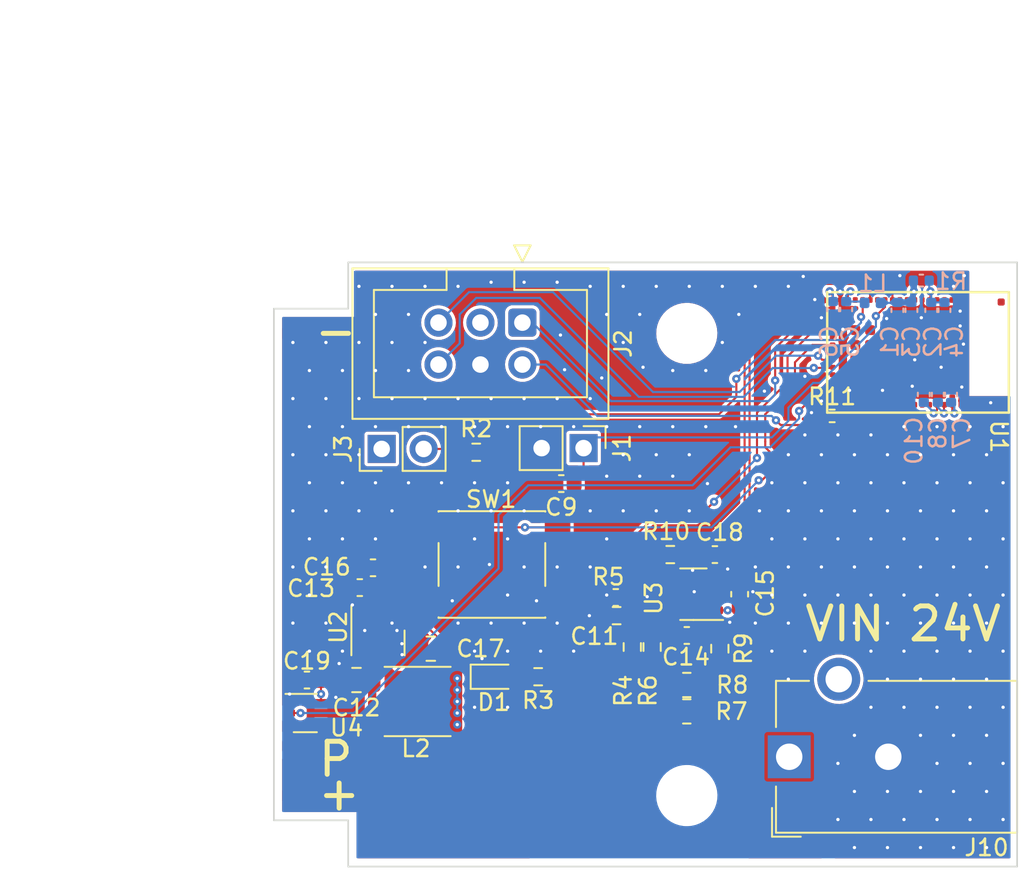
<source format=kicad_pcb>
(kicad_pcb (version 20211014) (generator pcbnew)
  (layers (0 "F.Cu" signal) (1 "In1.Cu" signal) (2 "In2.Cu" signal) (31 "B.Cu" signal) (34 "B.Paste" user) (35 "F.Paste" user) (36 "B.SilkS" user "B.Silkscreen") (37 "F.SilkS" user "F.Silkscreen") (38 "B.Mask" user) (39 "F.Mask" user) (44 "Edge.Cuts" user))
  (net 0 "")
  (net 1 "+3.3VA")
  (net 2 "GND")
  (net 3 "Net-(C2-Pad1)")
  (net 4 "+3.3V")
  (net 5 "Net-(C7-Pad1)")
  (net 6 "Net-(C8-Pad1)")
  (net 7 "/NRST")
  (net 8 "Net-(C10-Pad1)")
  (net 9 "/V_sens")
  (net 10 "+24V")
  (net 11 "Net-(C13-Pad1)")
  (net 12 "Net-(C14-Pad1)")
  (net 13 "Net-(C14-Pad2)")
  (net 14 "Net-(C16-Pad1)")
  (net 15 "/I_sens")
  (net 16 "Net-(D1-Pad2)")
  (net 17 "/RX")
  (net 18 "/TX")
  (net 19 "/SWCLK")
  (net 20 "/Boot0")
  (net 21 "/PWM")
  (net 22 "VDC")
  (net 24 "Net-(L2-Pad1)")
  (net 25 "/LED0")
  (net 26 "Net-(R10-Pad2)")
  (net 27 "Net-(R11-Pad2)")
  (net 28 "/BTN0")
  (net 40 "/SWDIO")
  (net 90 "Net-(U1-Pad28)")
  (footprint "Capacitor_SMD:C_0603_1608Metric" (layer "F.Cu") (at 154 91.7 180)
    (fp_text reference "C16")
    (fp_text value "100n")
  )
  (footprint "Resistor_SMD:R_0603_1608Metric" (layer "F.Cu") (at 168.75 94.6)
    (fp_text reference "R5")
    (fp_text value "1k6")
  )
  (footprint "Bergi:Solderpad_1x2" (layer "F.Cu") (at 149.5 105.5)
    (fp_text reference "J4" hide)
    (fp_text value "Conn_01x01_Female")
  )
  (footprint "Capacitor_SMD:C_0805_2012Metric" (layer "F.Cu") (at 153 98.5 180)
    (fp_text reference "C12")
    (fp_text value "1µ")
  )
  (footprint "Capacitor_SMD:C_0603_1608Metric" (layer "F.Cu") (at 176.2 93.3 90)
    (fp_text reference "C15")
    (fp_text value "100n")
  )
  (footprint "Capacitor_SMD:C_0805_2012Metric" (layer "F.Cu") (at 157.5 96.6 180)
    (fp_text reference "C17")
    (fp_text value "2µ2")
  )
  (footprint "Bergi:ST_LGA86" (layer "F.Cu") (at 192.5 75 -90)
    (fp_text reference "U1")
    (fp_text value "STM32WB5MMG")
  )
  (footprint "LED_SMD:LED_0603_1608Metric" (layer "F.Cu") (at 161.4 98.3)
    (fp_text reference "D1")
    (fp_text value "LED")
  )
  (footprint "Package_TO_SOT_SMD:SOT-353_SC-70-5" (layer "F.Cu") (at 149.9 100.5)
    (fp_text reference "U4")
    (fp_text value "74AHCT1G125")
  )
  (footprint "Button_Switch_SMD:SW_Push_1P1T_NO_6x6mm_H9.5mm" (layer "F.Cu") (at 161.2 91.5 180)
    (fp_text reference "SW1")
    (fp_text value "SW_Push")
  )
  (footprint "MountingHole:MountingHole_3.2mm_M3" (layer "F.Cu") (at 173 105.5)
    (fp_text reference "H2" hide)
    (fp_text value "MountingHole")
  )
  (footprint "Capacitor_SMD:C_0603_1608Metric" (layer "F.Cu") (at 153.2 92.9 180)
    (fp_text reference "C13")
    (fp_text value "470n")
  )
  (footprint "Capacitor_SMD:C_0603_1608Metric" (layer "F.Cu") (at 150 98.5 180)
    (fp_text reference "C19")
    (fp_text value "100n")
  )
  (footprint "Resistor_SMD:R_0603_1608Metric" (layer "F.Cu") (at 169.7 96.5 -90)
    (fp_text reference "R4")
    (fp_text value "24k")
  )
  (footprint "Inductor_SMD:L_Taiyo-Yuden_NR-40xx" (layer "F.Cu") (at 156.7 99.8)
    (fp_text reference "L2")
    (fp_text value "47µ")
  )
  (footprint "Connector_BarrelJack:BarrelJack_CUI_PJ-102AH_Horizontal" (layer "F.Cu") (at 179.2 103.15 90)
    (fp_text reference "J10")
    (fp_text value "Barrel_Jack_Switch")
  )
  (footprint "MountingHole:MountingHole_3.2mm_M3" (layer "F.Cu") (at 173 77.5)
    (fp_text reference "H1" hide)
    (fp_text value "MountingHole")
  )
  (footprint "Resistor_SMD:R_0603_1608Metric" (layer "F.Cu") (at 160.25 84.7)
    (fp_text reference "R2")
    (fp_text value "10k")
  )
  (footprint "Bergi:DFN-10-1EP_3x3mm_P0.5mm_EP0.62x0.98mm" (layer "F.Cu") (at 154.3 95.5 -90)
    (fp_text reference "U2")
    (fp_text value "L7983")
  )
  (footprint "Resistor_SMD:R_0603_1608Metric" (layer "F.Cu") (at 172 90.9 180)
    (fp_text reference "R10")
    (fp_text value "1k5")
  )
  (footprint "Resistor_SMD:R_0603_1608Metric" (layer "F.Cu") (at 164 98.3 180)
    (fp_text reference "R3")
    (fp_text value "240R")
  )
  (footprint "Connector_IDC:IDC-Header_2x03_P2.54mm_Vertical" (layer "F.Cu") (at 163.045 76.8475 -90)
    (fp_text reference "J2")
    (fp_text value "Conn_02x03_Odd_Even")
  )
  (footprint "Capacitor_SMD:C_0603_1608Metric" (layer "F.Cu") (at 165.4 86.6 180)
    (fp_text reference "C9")
    (fp_text value "100n")
  )
  (footprint "Connector_PinHeader_2.54mm:PinHeader_1x02_P2.54mm_Vertical" (layer "F.Cu") (at 166.75 84.45 -90)
    (fp_text reference "J1")
    (fp_text value "DNP")
  )
  (footprint "Bergi:Solderpad_1x2" (layer "F.Cu") (at 149.5 77.5)
    (fp_text reference "J8" hide)
    (fp_text value "Conn_01x01_Female")
  )
  (footprint "Connector_PinHeader_2.54mm:PinHeader_1x02_P2.54mm_Vertical" (layer "F.Cu") (at 154.525 84.5 90)
    (fp_text reference "J3")
    (fp_text value "DNP")
  )
  (footprint "Capacitor_SMD:C_0603_1608Metric" (layer "F.Cu") (at 168.7 93.5 180)
    (fp_text reference "C11")
    (fp_text value "100n")
  )
  (footprint "Bergi:Solderpad_1x2" (layer "F.Cu") (at 149.5 102.5)
    (fp_text reference "J7" hide)
    (fp_text value "Conn_01x01_Female")
  )
  (footprint "Resistor_SMD:R_0402_1005Metric" (layer "F.Cu") (at 181.8 82.5)
    (fp_text reference "R11")
    (fp_text value "10k")
  )
  (footprint "Resistor_SMD:R_0805_2012Metric" (layer "F.Cu") (at 173 98.8)
    (fp_text reference "R8")
    (fp_text value "DNP")
  )
  (footprint "Resistor_SMD:R_0805_2012Metric" (layer "F.Cu") (at 173 100.4)
    (fp_text reference "R7")
    (fp_text value "0R01")
  )
  (footprint "Package_TO_SOT_SMD:SOT-23-8" (layer "F.Cu") (at 173.4 93.3 180)
    (fp_text reference "U3")
    (fp_text value "INA186A3IDDF")
  )
  (footprint "Capacitor_SMD:C_0603_1608Metric" (layer "F.Cu") (at 173 95.8)
    (fp_text reference "C14")
    (fp_text value "DNP")
  )
  (footprint "Resistor_SMD:R_0603_1608Metric" (layer "F.Cu") (at 170.9 96.5 -90)
    (fp_text reference "R6")
    (fp_text value "0R")
  )
  (footprint "Resistor_SMD:R_0603_1608Metric" (layer "F.Cu") (at 175 96.6 -90)
    (fp_text reference "R9")
    (fp_text value "0R")
  )
  (footprint "Capacitor_SMD:C_0603_1608Metric" (layer "F.Cu") (at 174.7 90.9)
    (fp_text reference "C18")
    (fp_text value "100n")
  )
  (footprint "Capacitor_SMD:C_0402_1005Metric" (layer "B.Cu") (at 182.65 76.05 -90)
    (fp_text reference "C5")
    (fp_text value "100n")
  )
  (footprint "Capacitor_SMD:C_0402_1005Metric" (layer "B.Cu") (at 187.2 74.3)
    (fp_text reference "R1")
    (fp_text value "DNP")
  )
  (footprint "Capacitor_SMD:C_0402_1005Metric" (layer "B.Cu") (at 186.6 76.1 -90)
    (fp_text reference "C3")
    (fp_text value "1µ")
  )
  (footprint "Capacitor_SMD:C_0402_1005Metric" (layer "B.Cu") (at 188.2 81.2 90)
    (fp_text reference "C8")
    (fp_text value "3p3")
  )
  (footprint "Inductor_SMD:L_0402_1005Metric" (layer "B.Cu") (at 184.25 75.65 180)
    (fp_text reference "L1")
    (fp_text value "600R")
  )
  (footprint "Capacitor_SMD:C_0402_1005Metric" (layer "B.Cu") (at 185.75 76.1 -90)
    (fp_text reference "C1")
    (fp_text value "100n")
  )
  (footprint "Capacitor_SMD:C_0402_1005Metric" (layer "B.Cu") (at 181.85 76.05 -90)
    (fp_text reference "C6")
    (fp_text value "1µ")
  )
  (footprint "Capacitor_SMD:C_0402_1005Metric" (layer "B.Cu") (at 187.35 81.2 90)
    (fp_text reference "C10")
    (fp_text value "3p3")
  )
  (footprint "Capacitor_SMD:C_0402_1005Metric" (layer "B.Cu") (at 187.8 76.1 -90)
    (fp_text reference "C2")
    (fp_text value "100n")
  )
  (footprint "Capacitor_SMD:C_0402_1005Metric" (layer "B.Cu") (at 188.6 76.1 -90)
    (fp_text reference "C4")
    (fp_text value "1µ")
  )
  (footprint "Capacitor_SMD:C_0402_1005Metric" (layer "B.Cu") (at 189 81.2 90)
    (fp_text reference "C7")
    (fp_text value "3p3")
  )
  (gr_line (start 193 109.8) (end 193 73.2) (layer "Edge.Cuts") (width 0.1))
  (gr_line (start 148 107) (end 152.5 107) (layer "Edge.Cuts") (width 0.1))
  (gr_line (start 152.5 76) (end 152.5 73.2) (layer "Edge.Cuts") (width 0.1))
  (gr_line (start 152.5 73.2) (end 193 73.2) (layer "Edge.Cuts") (width 0.1))
  (gr_line (start 152.5 76) (end 148 76) (layer "Edge.Cuts") (width 0.1))
  (gr_line (start 152.5 109.8) (end 193 109.8) (layer "Edge.Cuts") (width 0.1))
  (gr_line (start 152.5 107) (end 152.5 109.8) (layer "Edge.Cuts") (width 0.1))
  (gr_line (start 148 107) (end 148 76) (layer "Edge.Cuts") (width 0.1))
  (gr_text "+" (at 151.95 105.35) (layer "F.SilkS") (effects (font (size 2 2) (thickness 0.3)) (justify mirror)))
  (gr_text "-" (at 151.75 77.35) (layer "F.SilkS") (effects (font (size 2 2) (thickness 0.3)) (justify mirror)))
  (gr_text "P" (at 151.75 103.3) (layer "F.SilkS") (effects (font (size 2 2) (thickness 0.3))))
  (gr_text "VIN 24V" (at 186.1 95.1) (layer "F.SilkS") (effects (font (size 2 2) (thickness 0.3))))
  (segment (start 186.8 75.45) (end 186.8 75.05) (width 0.127) (layer "F.Cu") (net 1))
  (segment (start 186.8 75) (end 186.75 74.95) (width 0.127) (layer "F.Cu") (net 1))
  (segment (start 186.8 75.05) (end 186.8 75) (width 0.127) (layer "F.Cu") (net 1))
  (via (at 186.75 74.95) (size 0.5) (drill 0.2) (layers "F.Cu" "B.Cu") (net 1))
  (segment (start 186.6 75.62) (end 186.6 75.1) (width 0.127) (layer "B.Cu") (net 1))
  (segment (start 184.735 75.65) (end 185.72 75.65) (width 0.127) (layer "B.Cu") (net 1))
  (segment (start 186.6 75.1) (end 186.75 74.95) (width 0.127) (layer "B.Cu") (net 1))
  (segment (start 186.75 74.95) (end 186.75 74.33) (width 0.127) (layer "B.Cu") (net 1))
  (segment (start 186.75 74.33) (end 186.72 74.3) (width 0.127) (layer "B.Cu") (net 1))
  (segment (start 185.75 75.62) (end 186.6 75.62) (width 0.127) (layer "B.Cu") (net 1))
  (segment (start 185.72 75.65) (end 185.75 75.62) (width 0.127) (layer "B.Cu") (net 1))
  (segment (start 189.075 75.95) (end 189.35 75.95) (width 0.127) (layer "F.Cu") (net 2))
  (segment (start 152.2 98.35) (end 152.2 96.2) (width 0.127) (layer "F.Cu") (net 2))
  (segment (start 189.55 77.05) (end 189.3 77.3) (width 0.127) (layer "F.Cu") (net 2))
  (segment (start 150.05 100.2) (end 150.05 100.85) (width 0.127) (layer "F.Cu") (net 2))
  (segment (start 187.25 75.475) (end 187.25 76.5) (width 0.127) (layer "F.Cu") (net 2))
  (segment (start 160.6125 97.2125) (end 160.6 97.2) (width 0.127) (layer "F.Cu") (net 2))
  (segment (start 161.075 84.7) (end 161.325 84.45) (width 0.127) (layer "F.Cu") (net 2))
  (segment (start 152.2 96.2) (end 152.9 95.5) (width 0.127) (layer "F.Cu") (net 2))
  (segment (start 151.95 97.5) (end 151.95 98.4) (width 0.127) (layer "F.Cu") (net 2))
  (segment (start 182.3 74.973) (end 182.280559 74.953559) (width 0.127) (layer "F.Cu") (net 2))
  (segment (start 156.25 96.3) (end 156.55 96.6) (width 0.127) (layer "F.Cu") (net 2))
  (segment (start 154.45 95.5) (end 155.45 95.5) (width 0.127) (layer "F.Cu") (net 2))
  (segment (start 167.925 94.6) (end 167.1 94.6) (width 0.127) (layer "F.Cu") (net 2))
  (segment (start 151.75 98.8) (end 152.05 98.5) (width 0.127) (layer "F.Cu") (net 2))
  (segment (start 163.95 93.75) (end 163.9 93.7) (width 0.127) (layer "F.Cu") (net 2))
  (segment (start 189.075 76.4) (end 189.3 76.4) (width 0.127) (layer "F.Cu") (net 2))
  (segment (start 181.825 82.025) (end 181.5 82.35) (width 0.127) (layer "F.Cu") (net 2))
  (segment (start 153.8 95) (end 154.3 95.5) (width 0.127) (layer "F.Cu") (net 2))
  (segment (start 167.925 94.6) (end 167.925 93.5) (width 0.127) (layer "F.Cu") (net 2))
  (segment (start 175.475 91.775) (end 175.475 92.275) (width 0.127) (layer "F.Cu") (net 2))
  (segment (start 157.225 93.75) (end 158.75 93.75) (width 0.127) (layer "F.Cu") (net 2))
  (segment (start 187.25 76.5) (end 187.2 76.55) (width 0.127) (layer "F.Cu") (net 2))
  (segment (start 192.035 81.7) (end 191.4 81.7) (width 0.127) (layer "F.Cu") (net 2))
  (segment (start 153.8 94.0375) (end 153.3 94.0375) (width 0.127) (layer "F.Cu") (net 2))
  (segment (start 149.7 99.85) (end 150.05 100.2) (width 0.127) (layer "F.Cu") (net 2))
  (segment (start 148.95 98.775) (end 148.95 99.85) (width 0.127) (layer "F.Cu") (net 2))
  (segment (start 189.3 77.3) (end 189.075 77.3) (width 0.127) (layer "F.Cu") (net 2))
  (segment (start 152.9 95.5) (end 153.5 95.5) (width 0.127) (layer "F.Cu") (net 2))
  (segment (start 181.825 81.825) (end 181.825 82.025) (width 0.127) (layer "F.Cu") (net 2))
  (segment (start 148.95 99.85) (end 149.7 99.85) (width 0.127) (layer "F.Cu") (net 2))
  (segment (start 152.05 98.5) (end 152.2 98.35) (width 0.127) (layer "F.Cu") (net 2))
  (segment (start 165.175 93.75) (end 163.95 93.75) (width 0.127) (layer "F.Cu") (net 2))
  (segment (start 174.5375 92.325) (end 175.425 92.325) (width 0.127) (layer "F.Cu") (net 2))
  (segment (start 154.3 95.5) (end 154.45 95.5) (width 0.127) (layer "F.Cu") (net 2))
  (segment (start 149.225 98.5) (end 148.95 98.775) (width 0.127) (layer "F.Cu") (net 2))
  (segment (start 153.8 94.0375) (end 153.8 95) (width 0.127) (layer "F.Cu") (net 2))
  (segment (start 164.21 86.185) (end 164.625 86.6) (width 0.127) (layer "F.Cu") (net 2))
  (segment (start 153.5 95.5) (end 154.45 95.5) (width 0.127) (layer "F.Cu") (net 2))
  (segment (start 155.7625 96.9625) (end 156.1875 96.9625) (width 0.127) (layer "F.Cu") (net 2))
  (segment (start 189.35 76.85) (end 189.075 76.85) (width 0.127) (layer "F.Cu") (net 2))
  (segment (start 189.55 77.05) (end 189.35 76.85) (width 0.127) (layer "F.Cu") (net 2))
  (segment (start 189.35 75.95) (end 189.55 76.15) (width 0.127) (layer "F.Cu") (net 2))
  (segment (start 153.3 94.0375) (end 152.8375 94.0375) (width 0.127) (layer "F.Cu") (net 2))
  (segment (start 176 92.325) (end 176.2 92.525) (width 0.127) (layer "F.Cu") (net 2))
  (segment (start 152.75 93.225) (end 152.75 93.95) (width 0.127) (layer "F.Cu") (net 2))
  (segment (start 175.425 92.325) (end 176 92.325) (width 0.127) (layer "F.Cu") (net 2))
  (segment (start 175.475 92.275) (end 175.425 92.325) (width 0.127) (layer "F.Cu") (net 2))
  (segment (start 155.3 96.9625) (end 155.7625 96.9625) (width 0.127) (layer "F.Cu") (net 2))
  (segment (start 174.5375 92.975) (end 174.5375 92.325) (width 0.127) (layer "F.Cu") (net 2))
  (segment (start 182.3 75.475) (end 182.3 74.973) (width 0.127) (layer "F.Cu") (net 2))
  (segment (start 152.425 92.9) (end 152.75 93.225) (width 0.127) (layer "F.Cu") (net 2))
  (segment (start 175.475 90.9) (end 175.475 91.775) (width 0.127) (layer "F.Cu") (net 2))
  (segment (start 152.8375 94.0375) (end 152.75 93.95) (width 0.127) (layer "F.Cu") (net 2))
  (segment (start 153.225 91.7) (end 153.225 92.1) (width 0.127) (layer "F.Cu") (net 2))
  (segment (start 155.75 96.3) (end 156.25 96.3) (width 0.127) (layer "F.Cu") (net 2))
  (segment (start 156.1875 96.9625) (end 156.55 96.6) (width 0.127) (layer "F.Cu") (net 2))
  (segment (start 189.3 76.4) (end 189.55 76.15) (width 0.127) (layer "F.Cu") (net 2))
  (segment (start 151.95 98.4) (end 152.05 98.5) (width 0.127) (layer "F.Cu") (net 2))
  (segment (start 153.225 92.1) (end 152.425 92.9) (width 0.127) (layer "F.Cu") (net 2))
  (segment (start 155.45 95.5) (end 156.55 96.6) (width 0.127) (layer "F.Cu") (net 2))
  (segment (start 149.75 101.15) (end 148.95 101.15) (width 0.127) (layer "F.Cu") (net 2))
  (segment (start 160.6125 98.3) (end 160.6125 97.2125) (width 0.127) (layer "F.Cu") (net 2))
  (segment (start 151.75 99.55) (end 151.75 98.8) (width 0.127) (layer "F.Cu") (net 2))
  (segment (start 150.05 100.85) (end 149.75 101.15) (width 0.127) (layer "F.Cu") (net 2))
  (segment (start 161.325 84.45) (end 164.21 84.45) (width 0.127) (layer "F.Cu") (net 2))
  (segment (start 164.21 84.45) (end 164.21 86.185) (width 0.127) (layer "F.Cu") (net 2))
  (segment (start 158.75 93.75) (end 158.8 93.7) (width 0.127) (layer "F.Cu") (net 2))
  (via (at 161.15 74.4) (size 0.5) (drill 0.2) (layers "F.Cu" "B.Cu") (net 2))
  (via (at 150.15 96.75) (size 0.5) (drill 0.2) (layers "F.Cu" "B.Cu") (net 2))
  (via (at 165.15 95.05) (size 0.5) (drill 0.2) (layers "F.Cu" "B.Cu") (net 2))
  (via (at 149.15 78.05) (size 0.5) (drill 0.2) (layers "F.Cu" "B.Cu") (net 2))
  (via (at 174.25 86.6) (size 0.5) (drill 0.2) (layers "F.Cu" "B.Cu") (net 2))
  (via (at 184.15 93.35) (size 0.5) (drill 0.2) (layers "F.Cu" "B.Cu") (net 2))
  (via (at 170.15 86.15) (size 0.5) (drill 0.2) (layers "F.Cu" "B.Cu") (net 2))
  (via (at 160.15 100.15) (size 0.5) (drill 0.2) (layers "F.Cu" "B.Cu") (net 2))
  (via (at 187.2 76.55) (size 0.5) (drill 0.2) (layers "F.Cu" "B.Cu") (net 2))
  (via (at 181.15 76.55) (size 0.5) (drill 0.2) (layers "F.Cu" "B.Cu") (net 2))
  (via (at 152.75 93.95) (size 0.5) (drill 0.2) (layers "F.Cu" "B.Cu") (net 2))
  (via (at 159.15 74.65) (size 0.5) (drill 0.2) (layers "F.Cu" "B.Cu") (net 2))
  (via (at 191.15 101.85) (size 0.5) (drill 0.2) (layers "F.Cu" "B.Cu") (net 2))
  (via (at 167.15 74.65) (size 0.5) (drill 0.2) (layers "F.Cu" "B.Cu") (net 2))
  (via (at 149.15 84.85) (size 0.5) (drill 0.2) (layers "F.Cu" "B.Cu") (net 2))
  (via (at 153.15 88.25) (size 0.5) (drill 0.2) (layers "F.Cu" "B.Cu") (net 2))
  (via (at 187.15 88.25) (size 0.5) (drill 0.2) (layers "F.Cu" "B.Cu") (net 2))
  (via (at 169.15 88.25) (size 0.5) (drill 0.2) (layers "F.Cu" "B.Cu") (net 2))
  (via (at 190.15 103.55) (size 0.5) (drill 0.2) (layers "F.Cu" "B.Cu") (net 2))
  (via (at 172.15 83.15) (size 0.5) (drill 0.2) (layers "F.Cu" "B.Cu") (net 2))
  (via (at 150.15 83.15) (size 0.5) (drill 0.2) (layers "F.Cu" "B.Cu") (net 2))
  (via (at 155.15 74.65) (size 0.5) (drill 0.2) (layers "F.Cu" "B.Cu") (net 2))
  (via (at 161.15 88.25) (size 0.5) (drill 0.2) (layers "F.Cu" "B.Cu") (net 2))
  (via (at 161.05 91.5) (size 0.5) (drill 0.2) (layers "F.Cu" "B.Cu") (net 2))
  (via (at 171.15 74.65) (size 0.5) (drill 0.2) (layers "F.Cu" "B.Cu") (net 2))
  (via (at 152.15 83.15) (size 0.5) (drill 0.2) (layers "F.Cu" "B.Cu") (net 2))
  (via (at 173.45 93.15) (size 0.5) (drill 0.2) (layers "F.Cu" "B.Cu") (net 2))
  (via (at 165.15 91.65) (size 0.5) (drill 0.2) (layers "F.Cu" "B.Cu") (net 2))
  (via (at 182.15 103.55) (size 0.5) (drill 0.2) (layers "F.Cu" "B.Cu") (net 2))
  (via (at 189.55 77.05) (size 0.5) (drill 0.2) (layers "F.Cu" "B.Cu") (net 2))
  (via (at 183.15 91.65) (size 0.5) (drill 0.2) (layers "F.Cu" "B.Cu") (net 2))
  (via (at 150.15 79.75) (size 0.5) (drill 0.2) (layers "F.Cu" "B.Cu") (net 2))
  (via (at 160.15 89.95) (size 0.5) (drill 0.2) (layers "F.Cu" "B.Cu") (net 2))
  (via (at 181.15 91.65) (size 0.5) (drill 0.2) (layers "F.Cu" "B.Cu") (net 2))
  (via (at 169.15 84.85) (size 0.5) (drill 0.2) (layers "F.Cu" "B.Cu") (net 2))
  (via (at 183.15 84.85) (size 0.5) (drill 0.2) (layers "F.Cu" "B.Cu") (net 2))
  (via (at 187.15 101.85) (size 0.5) (drill 0.2) (layers "F.Cu" "B.Cu") (net 2))
  (via (at 168.15 76.35) (size 0.5) (drill 0.2) (layers "F.Cu" "B.Cu") (net 2))
  (via (at 180.15 86.55) (size 0.5) (drill 0.2) (layers "F.Cu" "B.Cu") (net 2))
  (via (at 152.15 89.95) (size 0.5) (drill 0.2) (layers "F.Cu" "B.Cu") (net 2))
  (via (at 151.15 95.05) (size 0.5) (drill 0.2) (layers "F.Cu" "B.Cu") (net 2))
  (via (at 191.15 98.45) (size 0.5) (drill 0.2) (layers "F.Cu" "B.Cu") (net 2))
  (via (at 173.15 84.85) (size 0.5) (drill 0.2) (layers "F.Cu" "B.Cu") (net 2))
  (via (at 157.15 91.65) (size 0.5) (drill 0.2) (layers "F.Cu" "B.Cu") (net 2))
  (via (at 182.45 77.25) (size 0.5) (drill 0.2) (layers "F.Cu" "B.Cu") (net 2))
  (via (at 177.4 88.25) (size 0.5) (drill 0.2) (layers "F.Cu" "B.Cu") (net 2))
  (via (at 186.15 86.55) (size 0.5) (drill 0.2) (layers "F.Cu" "B.Cu") (net 2))
  (via (at 175.15 78.05) (size 0.5) (drill 0.2) (layers "F.Cu" "B.Cu") (net 2))
  (via (at 154.15 76.35) (size 0.5) (drill 0.2) (layers "F.Cu" "B.Cu") (net 2))
  (via (at 155.75 96.3) (size 0.5) (drill 0.2) (layers "F.Cu" "B.Cu") (net 2))
  (via (at 186.15 83.15) (size 0.5) (drill 0.2) (layers "F.Cu" "B.Cu") (net 2))
  (via (at 162.15 86.55) (size 0.5) (drill 0.2) (layers "F.Cu" "B.Cu") (net 2))
  (via (at 188.15 89.95) (size 0.5) (drill 0.2) (layers "F.Cu" "B.Cu") (net 2))
  (via (at 162.15 93.35) (size 0.5) (drill 0.2) (layers "F.Cu" "B.Cu") (net 2))
  (via (at 188.15 93.35) (size 0.5) (drill 0.2) (layers "F.Cu" "B.Cu") (net 2))
  (via (at 176.15 89.95) (size 0.5) (drill 0.2) (layers "F.Cu" "B.Cu") (net 2))
  (via (at 180.55 82.3) (size 0.5) (drill 0.2) (layers "F.Cu" "B.Cu") (net 2))
  (via (at 178.15 86.55) (size 0.5) (drill 0.2) (layers "F.Cu" "B.Cu") (net 2))
  (via (at 182.15 83.65) (size 0.5) (drill 0.2) (layers "F.Cu" "B.Cu") (net 2))
  (via (at 184.15 89.95) (size 0.5) (drill 0.2) (layers "F.Cu" "B.Cu") (net 2))
  (via (at 188.15 103.55) (size 0.5) (drill 0.2) (layers "F.Cu" "B.Cu") (net 2))
  (via (at 151.15 88.25) (size 0.5) (drill 0.2) (layers "F.Cu" "B.Cu") (net 2))
  (via (at 187.15 105.25) (size 0.5) (drill 0.2) (layers "F.Cu" "B.Cu") (net 2))
  (via (at 169.15 74.65) (size 0.5) (drill 0.2) (layers "F.Cu" "B.Cu") (net 2))
  (via (at 186.15 96.75) (size 0.5) (drill 0.2) (layers "F.Cu" "B.Cu") (net 2))
  (via (at 190.15 86.55) (size 0.5) (drill 0.2) (layers "F.Cu" "B.Cu") (net 2))
  (via (at 167.85 80.2) (size 0.5) (drill 0.2) (layers "F.Cu" "B.Cu") (net 2))
  (via (at 164.15 96.75) (size 0.5) (drill 0.2) (layers "F.Cu" "B.Cu") (net 2))
  (via (at 190.15 93.35) (size 0.5) (drill 0.2) (layers "F.Cu" "B.Cu") (net 2))
  (via (at 191.15 84.85) (size 0.5) (drill 0.2) (layers "F.Cu" "B.Cu") (net 2))
  (via (at 186.15 93.35) (size 0.5) (drill 0.2) (layers "F.Cu" "B.Cu") (net 2))
  (via (at 151.15 84.85) (size 0.5) (drill 0.2) (layers "F.Cu" "B.Cu") (net 2))
  (via (at 179.15 88.25) (size 0.5) (drill 0.2) (layers "F.Cu" "B.Cu") (net 2))
  (via (at 160.6 97.2) (size 0.5) (drill 0.2) (layers "F.Cu" "B.Cu") (net 2))
  (via (at 178.15 93.35) (size 0.5) (drill 0.2) (layers "F.Cu" "B.Cu") (net 2))
  (via (at 186.8 79.1) (size 0.5) (drill 0.2) (layers "F.Cu" "B.Cu") (net 2))
  (via (at 191.15 88.25) (size 0.5) (drill 0.2) (layers "F.Cu" "B.Cu") (net 2))
  (via (at 192.15 96.75) (size 0.5) (drill 0.2) (layers "F.Cu" "B.Cu") (net 2))
  (via (at 182.15 86.55) (size 0.5) (drill 0.2) (layers "F.Cu" "B.Cu") (net 2))
  (via (at 167.15 81.45) (size 0.5) (drill 0.2) (layers "F.Cu" "B.Cu") (net 2))
  (via (at 153.15 74.65) (size 0.5) (drill 0.2) (layers "F.Cu" "B.Cu") (net 2))
  (via (at 192.15 93.35) (size 0.5) (drill 0.2) (layers "F.Cu" "B.Cu") (net 2))
  (via (at 163.15 74.4) (size 0.5) (drill 0.2) (layers "F.Cu" "B.Cu") (net 2))
  (via (at 170.15 76.35) (size 0.5) (drill 0.2) (layers "F.Cu" "B.Cu") (net 2))
  (via (at 167.15 88.25) (size 0.5) (drill 0.2) (layers "F.Cu" "B.Cu") (net 2))
  (via (at 192.15 106.95) (size 0.5) (drill 0.2) (layers "F.Cu" "B.Cu") (net 2))
  (via (at 186.15 106.95) (size 0.5) (drill 0.2) (layers "F.Cu" "B.Cu") (net 2))
  (via (at 151.95 97.5) (size 0.5) (drill 0.2) (layers "F.Cu" "B.Cu") (net 2))
  (via (at 189.75 78.15) (size 0.5) (drill 0.2) (layers "F.Cu" "B.Cu") (net 2))
  (via (at 179.15 74.65) (size 0.5) (drill 0.2) (layers "F.Cu" "B.Cu") (net 2))
  (via (at 188.15 100.15) (size 0.5) (drill 0.2) (layers "F.Cu" "B.Cu") (net 2))
  (via (at 155.15 78.05) (size 0.5) (drill 0.2) (layers "F.Cu" "B.Cu") (net 2))
  (via (at 191.15 108.65) (size 0.5) (drill 0.2) (layers "F.Cu" "B.Cu") (net 2))
  (via (at 178.15 89.95) (size 0.5) (drill 0.2) (layers "F.Cu" "B.Cu") (net 2))
  (via (at 173.15 74.65) (size 0.5) (drill 0.2) (layers "F.Cu" "B.Cu") (net 2))
  (via (at 183.15 105.25) (size 0.5) (drill 0.2) (layers "F.Cu" "B.Cu") (net 2))
  (via (at 179.15 84.85) (size 0.5) (drill 0.2) (layers "F.Cu" "B.Cu") (net 2))
  (via (at 185.1 76.6) (size 0.5) (drill 0.2) (layers "F.Cu" "B.Cu") (net 2))
  (via (at 157.15 78.05) (size 0.5) (drill 0.2) (layers "F.Cu" "B.Cu") (net 2))
  (via (at 161.15 81.45) (size 0.5) (drill 0.2) (layers "F.Cu" "B.Cu") (net 2))
  (via (at 155.45 95.5) (size 0.5) (drill 0.2) (layers "F.Cu" "B.Cu") (net 2))
  (via (at 187.15 84.85) (size 0.5) (drill 0.2) (layers "F.Cu" "B.Cu") (net 2))
  (via (at 189.15 108.65) (size 0.5) (drill 0.2) (layers "F.Cu" "B.Cu") (net 2))
  (via (at 186.15 100.15) (size 0.5) (drill 0.2) (layers "F.Cu" "B.Cu") (net 2))
  (via (at 177.15 95.05) (size 0.5) (drill 0.2) (layers "F.Cu" "B.Cu") (net 2))
  (via (at 171.15 88.25) (size 0.5) (drill 0.2) (layers "F.Cu" "B.Cu") (net 2))
  (via (at 153.15 84.85) (size 0.5) (drill 0.2) (layers "F.Cu" "B.Cu") (net 2))
  (via (at 168.15 83.15) (size 0.5) (drill 0.2) (layers "F.Cu" "B.Cu") (net 2))
  (via (at 165.15 74.4) (size 0.5) (drill 0.2) (layers "F.Cu" "B.Cu") (net 2))
  (via (at 180.15 80.1) (size 0.5) (drill 0.2) (layers "F.Cu" "B.Cu") (net 2))
  (via (at 187.15 98.45) (size 0.5) (drill 0.2) (layers "F.Cu" "B.Cu") (net 2))
  (via (at 163.15 81.45) (size 0.5) (drill 0.2) (layers "F.Cu" "B.Cu") (net 2))
  (via (at 170.35 79.55) (size 0.5) (drill 0.2) (layers "F.Cu" "B.Cu") (net 2))
  (via (at 154.15 89.95) (size 0.5) (drill 0.2) (layers "F.Cu" "B.Cu") (net 2))
  (via (at 155.15 95.05) (size 0.5) (drill 0.2) (layers "F.Cu" "B.Cu") (net 2))
  (via (at 192.15 100.15) (size 0.5) (drill 0.2) (layers "F.Cu" "B.Cu") (net 2))
  (via (at 152.15 79.75) (size 0.5) (drill 0.2) (layers "F.Cu" "B.Cu") (net 2))
  (via (at 180.15 96.75) (size 0.5) (drill 0.2) (layers "F.Cu" "B.Cu") (net 2))
  (via (at 174.15 83.15) (size 0.5) (drill 0.2) (layers "F.Cu" "B.Cu") (net 2))
  (via (at 187.15 108.65) (size 0.5) (drill 0.2) (layers "F.Cu" "B.Cu") (net 2))
  (via (at 184.15 106.95) (size 0.5) (drill 0.2) (layers "F.Cu" "B.Cu") (net 2))
  (via (at 157.15 81.45) (size 0.5) (drill 0.2) (layers "F.Cu" "B.Cu") (net 2))
  (via (at 172.15 86.15) (size 0.5) (drill 0.2) (layers "F.Cu" "B.Cu") (net 2))
  (via (at 174.15 79.75) (size 0.5) (drill 0.2) (layers "F.Cu" "B.Cu") (net 2))
  (via (at 182.280559 74.953559) (size 0.5) (drill 0.2) (layers "F.Cu" "B.Cu") (net 2))
  (via (at 191.15 105.25) (size 0.5) (drill 0.2) (layers "F.Cu" "B.Cu") (net 2))
  (via (at 149.15 95.05) (size 0.5) (drill 0.2) (layers "F.Cu" "B.Cu") (net 2))
  (via (at 178.15 96.75) (size 0.5) (drill 0.2) (layers "F.Cu" "B.Cu") (net 2))
  (via (at 152.15 96.75) (size 0.5) (drill 0.2) (layers "F.Cu" "B.Cu") (net 2))
  (via (at 185.15 105.25) (size 0.5) (drill 0.2) (layers "F.Cu" "B.Cu") (net 2))
  (via (at 170.6 93.45) (size 0.5) (drill 0.2) (layers "F.Cu" "B.Cu") (net 2))
  (via (at 181.15 95.05) (size 0.5) (drill 0.2) (layers "F.Cu" "B.Cu") (net 2))
  (via (at 150.15 89.95) (size 0.5) (drill 0.2) (layers "F.Cu" "B.Cu") (net 2))
  (via (at 162.15 96.75) (size 0.5) (drill 0.2) (layers "F.Cu" "B.Cu") (net 2))
  (via (at 189.15 95.05) (size 0.5) (drill 0.2) (layers "F.Cu" "B.Cu") (net 2))
  (via (at 177.7 81) (size 0.5) (drill 0.2) (layers "F.Cu" "B.Cu") (net 2))
  (via (at 158.8 93.7) (size 0.5) (drill 0.2) (layers "F.Cu" "B.Cu") (net 2))
  (via (at 153.15 78.05) (size 0.5) (drill 0.2) (layers "F.Cu" "B.Cu") (net 2))
  (via (at 164.15 83.15) (size 0.5) (drill 0.2) (layers "F.Cu" "B.Cu") (net 2))
  (via (at 177 93.15) (size 0.5) (drill 0.2) (layers "F.Cu" "B.Cu") (net 2))
  (via (at 189.15 101.85) (size 0.5) (drill 0.2) (layers "F.Cu" "B.Cu") (net 2))
  (via (at 192.15 83.15) (size 0.5) (drill 0.2) (layers "F.Cu" "B.Cu") (net 2))
  (via (at 155.15 88.25) (size 0.5) (drill 0.2) (layers "F.Cu" "B.Cu") (net 2))
  (via (at 158.15 86.55) (size 0.5) (drill 0.2) (layers "F.Cu" "B.Cu") (net 2))
  (via (at 188.15 86.55) (size 0.5) (drill 0.2) (layers "F.Cu" "B.Cu") (net 2))
  (via (at 186.15 89.95) (size 0.5) (drill 0.2) (layers "F.Cu" "B.Cu") (net 2))
  (via (at 162.15 89.95) (size 0.5) (drill 0.2) (layers "F.Cu" "B.Cu") (net 2))
  (via (at 156.15 83.15) (size 0.5) (drill 0.2) (layers "F.Cu" "B.Cu") (net 2))
  (via (at 191.4 81.7) (size 0.5) (drill 0.2) (layers "F.Cu" "B.Cu") (net 2))
  (via (at 192.15 89.95) (size 0.5) (drill 0.2) (layers "F.Cu" "B.Cu") (net 2))
  (via (at 177.15 91.65) (size 0.5) (drill 0.2) (layers "F.Cu" "B.Cu") (net 2))
  (via (at 191.15 91.65) (size 0.5) (drill 0.2) (layers "F.Cu" "B.Cu") (net 2))
  (via (at 150.15 86.55) (size 0.5) (drill 0.2) (layers "F.Cu" "B.Cu") (net 2))
  (via (at 183.15 108.65) (size 0.5) (drill 0.2) (layers "F.Cu" "B.Cu") (net 2))
  (via (at 151.15 91.65) (size 0.5) (drill 0.2) (layers "F.Cu" "B.Cu") (net 2))
  (via (at 189.15 105.25) (size 0.5) (drill 0.2) (layers "F.Cu" "B.Cu") (net 2))
  (via (at 163.15 91.65) (size 0.5) (drill 0.2) (layers "F.Cu" "B.Cu") (net 2))
  (via (at 180.15 93.35) (size 0.5) (drill 0.2) (layers "F.Cu" "B.Cu") (net 2))
  (via (at 185.15 95.05) (size 0.5) (drill 0.2) (layers "F.Cu" "B.Cu") (net 2))
  (via (at 154.15 83.15) (size 0.5) (drill 0.2) (layers "F.Cu" "B.Cu") (net 2))
  (via (at 158.15 83.15) (size 0.5) (drill 0.2) (layers "F.Cu" "B.Cu") (net 2))
  (via (at 153.15 81.45) (size 0.5) (drill 0.2) (layers "F.Cu" "B.Cu") (net 2))
  (via (at 190.15 96.75) (size 0.5) (drill 0.2) (layers "F.Cu" "B.Cu") (net 2))
  (via (at 189.65 80.75) (size 0.5) (drill 0.2) (layers "F.Cu" "B.Cu") (net 2))
  (via (at 187.15 95.05) (size 0.5) (drill 0.2) (layers "F.Cu" "B.Cu") (net 2))
  (via (at 182.85 80.95) (size 0.5) (drill 0.2) (layers "F.Cu" "B.Cu") (net 2))
  (via (at 167.15 91.65) (size 0.5) (drill 0.2) (layers "F.Cu" "B.Cu") (net 2))
  (via (at 180.15 83.65) (size 0.5) (drill 0.2) (layers "F.Cu" "B.Cu") (net 2))
  (via (at 179.15 91.65) (size 0.5) (drill 0.2) (layers "F.Cu" "B.Cu") (net 2))
  (via (at 154.15 79.75) (size 0.5) (drill 0.2) (layers "F.Cu" "B.Cu") (net 2))
  (via (at 154.15 86.55) (size 0.5) (drill 0.2) (layers "F.Cu" "B.Cu") (net 2))
  (via (at 151.15 81.45) (size 0.5) (drill 0.2) (layers "F.Cu" "B.Cu") (net 2))
  (via (at 189.15 74.65) (size 0.5) (drill 0.2) (layers "F.Cu" "B.Cu") (net 2))
  (via (at 171.15 84.85) (size 0.5) (drill 0.2) (layers "F.Cu" "B.Cu") (net 2))
  (via (at 188.4 79.55) (size 0.5) (drill 0.2) (layers "F.Cu" "B.Cu") (net 2))
  (via (at 182.15 106.95) (size 0.5) (drill 0.2) (layers "F.Cu" "B.Cu") (net 2))
  (via (at 176.15 76.35) (size 0.5) (drill 0.2) (layers "F.Cu" "B.Cu") (net 2))
  (via (at 181.15 81.6) (size 0.5) (drill 0.2) (layers "F.Cu" "B.Cu") (net 2))
  (via (at 189.55 76.15) (size 0.5) (drill 0.2) (layers "F.Cu" "B.Cu") (net 2))
  (via (at 185.15 108.65) (size 0.5) (drill 0.2) (layers "F.Cu" "B.Cu") (net 2))
  (via (at 163.15 88.25) (size 0.5) (drill 0.2) (layers "F.Cu" "B.Cu") (net 2))
  (via (at 160.15 96.75) (size 0.5) (drill 0.2) (layers "F.Cu" "B.Cu") (net 2))
  (via (at 160.15 83.15) (size 0.5) (drill 0.2) (layers "F.Cu" "B.Cu") (net 2))
  (via (at 159.15 88.25) (size 0.5) (drill 0.2) (layers "F.Cu" "B.Cu") (net 2))
  (via (at 150.15 93.35) (size 0.5) (drill 0.2) (layers "F.Cu" "B.Cu") (net 2))
  (via (at 152.15 86.55) (size 0.5) (drill 0.2) (layers "F.Cu" "B.Cu") (net 2))
  (via (at 180.75 75.45) (size 0.5) (drill 0.2) (layers "F.Cu" "B.Cu") (net 2))
  (via (at 168.15 86.15) (size 0.5) (drill 0.2) (layers "F.Cu" "B.Cu") (net 2))
  (via (at 172.15 79.75) (size 0.5) (drill 0.2) (layers "F.Cu" "B.Cu") (net 2))
  (via (at 189.8 74) (size 0.5) (drill 0.2) (layers "F.Cu" "B.Cu") (net 2))
  (via (at 165.35 77.6) (size 0.5) (drill 0.2) (layers "F.Cu" "B.Cu") (net 2))
  (via (at 180.15 89.95) (size 0.5) (drill 0.2) (layers "F.Cu" "B.Cu") (net 2))
  (via (at 157.15 74.65) (size 0.5) (drill 0.2) (layers "F.Cu" "B.Cu") (net 2))
  (via (at 159.15 95.05) (size 0.5) (drill 0.2) (layers "F.Cu" "B.Cu") (net 2))
  (via (at 184.15 100.15) (size 0.5) (drill 0.2) (layers "F.Cu" "B.Cu") (net 2))
  (via (at 189.15 98.45) (size 0.5) (drill 0.2) (layers "F.Cu" "B.Cu") (net 2))
  (via (at 153.5 95.5) (size 0.5) (drill 0.2) (layers "F.Cu" "B.Cu") (net 2))
  (via (at 185.9 74) (size 0.5) (drill 0.2) (layers "F.Cu" "B.Cu") (net 2))
  (via (at 167.1 94.6) (size 0.5) (drill 0.2) (layers "F.Cu" "B.Cu") (net 2))
  (via (at 163.9 93.7) (size 0.5) (drill 0.2) (layers "F.Cu" "B.Cu") (net 2))
  (via (at 162.15 83.15) (size 0.5) (drill 0.2) (layers "F.Cu" "B.Cu") (net 2))
  (via (at 149.15 88.25) (size 0.5) (drill 0.2) (layers "F.Cu" "B.Cu") (net 2))
  (via (at 159.15 91.65) (size 0.5) (drill 0.2) (layers "F.Cu" "B.Cu") (net 2))
  (via (at 191.15 95.05) (size 0.5) (drill 0.2) (layers "F.Cu" "B.Cu") (net 2))
  (via (at 155.7625 96.9625) (size 0.5) (drill 0.2) (layers "F.Cu" "B.Cu") (net 2))
  (via (at 188.15 96.75) (size 0.5) (drill 0.2) (layers "F.Cu" "B.Cu") (net 2))
  (via (at 190.15 100.15) (size 0.5) (drill 0.2) (layers "F.Cu" "B.Cu") (net 2))
  (via (at 149.15 81.45) (size 0.5) (drill 0.2) (layers "F.Cu" "B.Cu") (net 2))
  (via (at 187.15 91.65) (size 0.5) (drill 0.2) (layers "F.Cu" "B.Cu") (net 2))
  (via (at 186.65 80.7) (size 0.5) (drill 0.2) (layers "F.Cu" "B.Cu") (net 2))
  (via (at 156.15 76.35) (size 0.5) (drill 0.2) (layers "F.Cu" "B.Cu") (net 2))
  (via (at 190.15 106.95) (size 0.5) (drill 0.2) (layers "F.Cu" "B.Cu") (net 2))
  (via (at 183.15 101.85) (size 0.5) (drill 0.2) (layers "F.Cu" "B.Cu") (net 2))
  (via (at 175.95 83.15) (size 0.5) (drill 0.2) (layers "F.Cu" "B.Cu") (net 2))
  (via (at 175.15 74.65) (size 0.5) (drill 0.2) (layers "F.Cu" "B.Cu") (net 2))
  (via (at 190.15 89.95) (size 0.5) (drill 0.2) (layers "F.Cu" "B.Cu") (net 2))
  (via (at 175.6 95) (size 0.5) (drill 0.2) (layers "F.Cu" "B.Cu") (net 2))
  (via (at 190.15 83.15) (size 0.5) (drill 0.2) (layers "F.Cu" "B.Cu") (net 2))
  (via (at 160.15 86.55) (size 0.5) (drill 0.2) (layers "F.Cu" "B.Cu") (net 2))
  (via (at 184.15 86.55) (size 0.5) (drill 0.2) (layers "F.Cu" "B.Cu") (net 2))
  (via (at 162.15 100.15) (size 0.5) (drill 0.2) (layers "F.Cu" "B.Cu") (net 2))
  (via (at 188.15 106.95) (size 0.5) (drill 0.2) (layers "F.Cu" "B.Cu") (net 2))
  (via (at 151.15 78.05) (size 0.5) (drill 0.2) (layers "F.Cu" "B.Cu") (net 2))
  (via (at 192.15 86.55) (size 0.5) (drill 0.2) (layers "F.Cu" "B.Cu") (net 2))
  (via (at 165.6 79.7) (size 0.5) (drill 0.2) (layers "F.Cu" "B.Cu") (net 2))
  (via (at 188.15 83.15) (size 0.5) (drill 0.2) (layers "F.Cu" "B.Cu") (net 2))
  (via (at 166.15 96.75) (size 0.5) (drill 0.2) (layers "F.Cu" "B.Cu") (net 2))
  (via (at 161.15 95.05) (size 0.5) (drill 0.2) (layers "F.Cu" "B.Cu") (net 2))
  (via (at 156.15 79.75) (size 0.5) (drill 0.2) (layers "F.Cu" "B.Cu") (net 2))
  (via (at 168.15 93.35) (size 0.5) (drill 0.2) (layers "F.Cu" "B.Cu") (net 2))
  (via (at 185.15 84.85) (size 0.5) (drill 0.2) (layers "F.Cu" "B.Cu") (net 2))
  (via (at 192.15 103.55) (size 0.5) (drill 0.2) (layers "F.Cu" "B.Cu") (net 2))
  (via (at 182.15 89.95) (size 0.5) (drill 0.2) (layers "F.Cu" "B.Cu") (net 2))
  (via (at 181.15 88.25) (size 0.5) (drill 0.2) (layers "F.Cu" "B.Cu") (net 2))
  (via (at 151.75 99.55) (size 0.5) (drill 0.2) (layers "F.Cu" "B.Cu") (net 2))
  (via (at 189.15 91.65) (size 0.5) (drill 0.2) (layers "F.Cu" "B.Cu") (net 2))
  (via (at 189.15 88.25) (size 0.5) (drill 0.2) (layers "F.Cu" "B.Cu") (net 2))
  (via (at 182.15 93.35) (size 0.5) (drill 0.2) (layers "F.Cu" "B.Cu") (net 2))
  (via (at 156.15 86.55) (size 0.5) (drill 0.2) (layers "F.Cu" "B.Cu") (net 2))
  (via (at 166.15 83.15) (size 0.5) (drill 0.2) (layers "F.Cu" "B.Cu") (net 2))
  (via (at 170.15 83.15) (size 0.5) (drill 0.2) (layers "F.Cu" "B.Cu") (net 2))
  (via (at 185.15 91.65) (size 0.5) (drill 0.2) (layers "F.Cu" "B.Cu") (net 2))
  (via (at 155.15 81.45) (size 0.5) (drill 0.2) (layers "F.Cu" "B.Cu") (net 2))
  (via (at 184.15 96.75) (size 0.5) (drill 0.2) (layers "F.Cu" "B.Cu") (net 2))
  (via (at 165.15 81.45) (size 0.5) (drill 0.2) (layers "F.Cu" "B.Cu") (net 2))
  (via (at 168.15 89.95) (size 0.5) (drill 0.2) (layers "F.Cu" "B.Cu") (net 2))
  (via (at 189.15 84.85) (size 0.5) (drill 0.2) (layers "F.Cu" "B.Cu") (net 2))
  (via (at 184.85 80.95) (size 0.5) (drill 0.2) (layers "F.Cu" "B.Cu") (net 2))
  (via (at 185.15 88.25) (size 0.5) (drill 0.2) (layers "F.Cu" "B.Cu") (net 2))
  (via (at 179.15 95.05) (size 0.5) (drill 0.2) (layers "F.Cu" "B.Cu") (net 2))
  (via (at 184.15 83.65) (size 0.5) (drill 0.2) (layers "F.Cu" "B.Cu") (net 2))
  (via (at 173.15 88.25) (size 0.5) (drill 0.2) (layers "F.Cu" "B.Cu") (net 2))
  (via (at 185.15 98.45) (size 0.5) (drill 0.2) (layers "F.Cu" "B.Cu") (net 2))
  (via (at 159.15 81.45) (size 0.5) (drill 0.2) (layers "F.Cu" "B.Cu") (net 2))
  (via (at 149.15 91.65) (size 0.5) (drill 0.2) (layers "F.Cu" "B.Cu") (net 2))
  (via (at 179.15 98.45) (size 0.5) (drill 0.2) (layers "F.Cu" "B.Cu") (net 2))
  (via (at 169.15 78.05) (size 0.5) (drill 0.2) (layers "F.Cu" "B.Cu") (net 2))
  (via (at 163.15 95.05) (size 0.5) (drill 0.2) (layers "F.Cu" "B.Cu") (net 2))
  (via (at 183.15 88.25) (size 0.5) (drill 0.2) (layers "F.Cu" "B.Cu") (net 2))
  (via (at 180.05 74.05) (size 0.5) (drill 0.2) (layers "F.Cu" "B.Cu") (net 2))
  (via (at 175.475 91.775) (size 0.5) (drill 0.2) (layers "F.Cu" "B.Cu") (net 2))
  (via (at 181.15 84.85) (size 0.5) (drill 0.2) (layers "F.Cu" "B.Cu") (net 2))
  (via (at 177.15 74.65) (size 0.5) (drill 0.2) (layers "F.Cu" "B.Cu") (net 2))
  (via (at 173.35 91.85) (size 0.5) (drill 0.2) (layers "F.Cu" "B.Cu") (net 2))
  (via (at 183.15 95.05) (size 0.5) (drill 0.2) (layers "F.Cu" "B.Cu") (net 2))
  (via (at 148.95 99.35) (size 0.5) (drill 0.2) (layers "F.Cu" "B.Cu") (net 2))
  (segment (start 187.35 80.72) (end 186.67 80.72) (width 0.127) (layer "B.Cu") (net 2))
  (segment (start 186.6 76.58) (end 185.12 76.58) (width 0.127) (layer "B.Cu") (net 2))
  (segment (start 186.67 80.72) (end 186.65 80.7) (width 0.127) (layer "B.Cu") (net 2))
  (segment (start 187.17 76.58) (end 187.2 76.55) (width 0.127) (layer "B.Cu") (net 2))
  (segment (start 181.17 76.53) (end 181.15 76.55) (width 0.127) (layer "B.Cu") (net 2))
  (segment (start 182.65 76.53) (end 181.85 76.53) (width 0.127) (layer "B.Cu") (net 2))
  (segment (start 181.85 76.53) (end 181.17 76.53) (width 0.127) (layer "B.Cu") (net 2))
  (segment (start 185.12 76.58) (end 185.1 76.6) (width 0.127) (layer "B.Cu") (net 2))
  (segment (start 182.65 77.05) (end 182.45 77.25) (width 0.127) (layer "B.Cu") (net 2))
  (segment (start 189 80.72) (end 189.62 80.72) (width 0.127) (layer "B.Cu") (net 2))
  (segment (start 189.62 80.72) (end 189.65 80.75) (width 0.127) (layer "B.Cu") (net 2))
  (segment (start 187.23 76.58) (end 187.2 76.55) (width 0.127) (layer "B.Cu") (net 2))
  (segment (start 188.6 76.58) (end 187.8 76.58) (width 0.127) (layer "B.Cu") (net 2))
  (segment (start 182.65 76.53) (end 182.65 77.05) (width 0.127) (layer "B.Cu") (net 2))
  (segment (start 187.35 80.72) (end 189 80.72) (width 0.127) (layer "B.Cu") (net 2))
  (segment (start 186.6 76.58) (end 187.17 76.58) (width 0.127) (layer "B.Cu") (net 2))
  (segment (start 187.8 76.58) (end 187.23 76.58) (width 0.127) (layer "B.Cu") (net 2))
  (segment (start 187.75 74.95) (end 187.75 75.425) (width 0.127) (layer "F.Cu") (net 3))
  (segment (start 187.75 75.425) (end 187.7 75.475) (width 0.127) (layer "F.Cu") (net 3))
  (via (at 187.75 74.95) (size 0.5) (drill 0.2) (layers "F.Cu" "B.Cu") (net 3))
  (segment (start 187.8 75) (end 187.75 74.95) (width 0.127) (layer "B.Cu") (net 3))
  (segment (start 187.8 75.62) (end 187.8 75) (width 0.127) (layer "B.Cu") (net 3))
  (segment (start 187.68 74.88) (end 187.75 74.95) (width 0.127) (layer "B.Cu") (net 3))
  (segment (start 187.68 74.3) (end 187.68 74.88) (width 0.127) (layer "B.Cu") (net 3))
  (segment (start 188.6 75.62) (end 187.8 75.62) (width 0.127) (layer "B.Cu") (net 3))
  (segment (start 150.85 99.85) (end 150.85 98.575) (width 0.127) (layer "F.Cu") (net 4))
  (segment (start 159.1 100.5) (end 159.1 101.2) (width 0.127) (layer "F.Cu") (net 4))
  (segment (start 156.75 94.75) (end 155.85 94.75) (width 0.127) (layer "F.Cu") (net 4))
  (segment (start 181.825 75.475) (end 181.825 75.12065) (width 0.127) (layer "F.Cu") (net 4))
  (segment (start 158.1 99.8) (end 159.1 99.8) (width 0.127) (layer "F.Cu") (net 4))
  (segment (start 155.85 94.75) (end 155.3 94.2) (width 0.127) (layer "F.Cu") (net 4))
  (segment (start 182.75 75.475) (end 182.75 75.05) (width 0.127) (layer "F.Cu") (net 4))
  (segment (start 159.1 99.1) (end 159.1 98.4) (width 0.127) (layer "F.Cu") (net 4))
  (segment (start 181.825 75.12065) (end 181.654068 74.949718) (width 0.127) (layer "F.Cu") (net 4))
  (segment (start 150.85 98.575) (end 150.775 98.5) (width 0.127) (layer "F.Cu") (net 4))
  (segment (start 158.45 96.45) (end 156.75 94.75) (width 0.127) (layer "F.Cu") (net 4))
  (segment (start 182.75 75.05) (end 182.850357 74.949643) (width 0.127) (layer "F.Cu") (net 4))
  (segment (start 176 94.275) (end 176.2 94.075) (width 0.127) (layer "F.Cu") (net 4))
  (segment (start 174.5375 94.275) (end 176 94.275) (width 0.127) (layer "F.Cu") (net 4))
  (segment (start 174.5375 94.275) (end 174.5375 93.625) (width 0.127) (layer "F.Cu") (net 4))
  (segment (start 158.45 96.6) (end 158.1 96.95) (width 0.127) (layer "F.Cu") (net 4))
  (segment (start 155.3 94.2) (end 155.3 94.0375) (width 0.127) (layer "F.Cu") (net 4))
  (segment (start 158.1 96.95) (end 158.1 99.8) (width 0.127) (layer "F.Cu") (net 4))
  (segment (start 182.850357 74.949643) (end 182.907049 74.949643) (width 0.127) (layer "F.Cu") (net 4))
  (via (at 181.654068 74.949718) (size 0.5) (drill 0.2) (layers "F.Cu" "B.Cu") (net 4))
  (via (at 159.1 99.1) (size 0.5) (drill 0.2) (layers "F.Cu" "B.Cu") (net 4))
  (via (at 159.1 101.2) (size 0.5) (drill 0.2) (layers "F.Cu" "B.Cu") (net 4))
  (via (at 175.475 94.275) (size 0.5) (drill 0.2) (layers "F.Cu" "B.Cu") (net 4))
  (via (at 159.1 99.8) (size 0.5) (drill 0.2) (layers "F.Cu" "B.Cu") (net 4))
  (via (at 150.85 99.35) (size 0.5) (drill 0.2) (layers "F.Cu" "B.Cu") (net 4))
  (via (at 159.1 98.4) (size 0.5) (drill 0.2) (layers "F.Cu" "B.Cu") (net 4))
  (via (at 182.907049 74.949643) (size 0.5) (drill 0.2) (layers "F.Cu" "B.Cu") (net 4))
  (via (at 159.1 100.5) (size 0.5) (drill 0.2) (layers "F.Cu" "B.Cu") (net 4))
  (segment (start 159.1 98.4) (end 159.1 100.5) (width 0.127) (layer "B.Cu") (net 4))
  (segment (start 181.85 75.14565) (end 181.654068 74.949718) (width 0.127) (layer "B.Cu") (net 4))
  (segment (start 183.685 75.57) (end 183.765 75.65) (width 0.127) (layer "B.Cu") (net 4))
  (segment (start 182.65 75.206692) (end 182.907049 74.949643) (width 0.127) (layer "B.Cu") (net 4))
  (segment (start 182.65 75.57) (end 183.685 75.57) (width 0.127) (layer "B.Cu") (net 4))
  (segment (start 159.1 99.8) (end 159.1 99.1) (width 0.127) (layer "B.Cu") (net 4))
  (segment (start 181.85 75.57) (end 181.85 75.14565) (width 0.127) (layer "B.Cu") (net 4))
  (segment (start 182.65 75.57) (end 182.65 75.206692) (width 0.127) (layer "B.Cu") (net 4))
  (segment (start 189.2 82.35) (end 189.075 82.225) (width 0.127) (layer "F.Cu") (net 5))
  (segment (start 189.075 82.225) (end 189.075 81.825) (width 0.127) (layer "F.Cu") (net 5))
  (via (at 189.2 82.35) (size 0.5) (drill 0.2) (layers "F.Cu" "B.Cu") (net 5))
  (segment (start 189.2 82.35) (end 189.2 81.88) (width 0.127) (layer "B.Cu") (net 5))
  (segment (start 189.2 81.88) (end 189 81.68) (width 0.127) (layer "B.Cu") (net 5))
  (segment (start 188.573497 82.35) (end 188.573497 81.851503) (width 0.127) (layer "F.Cu") (net 6))
  (segment (start 188.573497 81.851503) (end 188.6 81.825) (width 0.127) (layer "F.Cu") (net 6))
  (via (at 188.573497 82.35) (size 0.5) (drill 0.2) (layers "F.Cu" "B.Cu") (net 6))
  (segment (start 188.2 81.976503) (end 188.2 81.68) (width 0.127) (layer "B.Cu") (net 6))
  (segment (start 188.573497 82.35) (end 188.2 81.976503) (width 0.127) (layer "B.Cu") (net 6))
  (segment (start 166.75 86.025) (end 166.175 86.6) (width 0.127) (layer "F.Cu") (net 7))
  (segment (start 166.75 84.45) (end 166.75 86.025) (width 0.127) (layer "F.Cu") (net 7))
  (segment (start 185 75.9) (end 184.45 76.45) (width 0.127) (layer "F.Cu") (net 7))
  (segment (start 185 75.475) (end 185 75.9) (width 0.127) (layer "F.Cu") (net 7))
  (via (at 184.45 76.45) (size 0.5) (drill 0.2) (layers "F.Cu" "B.Cu") (net 7))
  (segment (start 184.45 77.1) (end 181.05 80.5) (width 0.127) (layer "B.Cu") (net 7))
  (segment (start 179.15 82.8) (end 178.15 83.8) (width 0.127) (layer "B.Cu") (net 7))
  (segment (start 184.45 76.45) (end 184.45 77.1) (width 0.127) (layer "B.Cu") (net 7))
  (segment (start 181.05 80.5) (end 180.65 80.5) (width 0.127) (layer "B.Cu") (net 7))
  (segment (start 180.65 80.5) (end 179.15 82) (width 0.127) (layer "B.Cu") (net 7))
  (segment (start 178.15 83.8) (end 167.4 83.8) (width 0.127) (layer "B.Cu") (net 7))
  (segment (start 167.4 83.8) (end 166.75 84.45) (width 0.127) (layer "B.Cu") (net 7))
  (segment (start 179.15 82) (end 179.15 82.8) (width 0.127) (layer "B.Cu") (net 7))
  (segment (start 187.945361 82.344119) (end 188.15 82.13948) (width 0.127) (layer "F.Cu") (net 8))
  (segment (start 188.15 82.13948) (end 188.15 81.825) (width 0.127) (layer "F.Cu") (net 8))
  (via (at 187.945361 82.344119) (size 0.5) (drill 0.2) (layers "F.Cu" "B.Cu") (net 8))
  (segment (start 187.945361 82.344119) (end 187.945361 82.275361) (width 0.127) (layer "B.Cu") (net 8))
  (segment (start 187.945361 82.275361) (end 187.35 81.68) (width 0.127) (layer "B.Cu") (net 8))
  (segment (start 176.5 78.4) (end 176.5 87.9) (width 0.127) (layer "F.Cu") (net 9))
  (segment (start 185.45 75.475) (end 185.45 74.65) (width 0.127) (layer "F.Cu") (net 9))
  (segment (start 169.7 93.725) (end 169.475 93.5) (width 0.127) (layer "F.Cu") (net 9))
  (segment (start 169.475 91.025) (end 169.475 93.5) (width 0.127) (layer "F.Cu") (net 9))
  (segment (start 169.7 95.675) (end 169.7 93.725) (width 0.127) (layer "F.Cu") (net 9))
  (segment (start 174.6 89.8) (end 170.7 89.8) (width 0.127) (layer "F.Cu") (net 9))
  (segment (start 170.7 89.8) (end 169.475 91.025) (width 0.127) (layer "F.Cu") (net 9))
  (segment (start 185.45 74.65) (end 185 74.2) (width 0.127) (layer "F.Cu") (net 9))
  (segment (start 185 74.2) (end 180.7 74.2) (width 0.127) (layer "F.Cu") (net 9))
  (segment (start 176.5 87.9) (end 174.6 89.8) (width 0.127) (layer "F.Cu") (net 9))
  (segment (start 180.7 74.2) (end 176.5 78.4) (width 0.127) (layer "F.Cu") (net 9))
  (segment (start 153.8 96.9625) (end 153.8 98.35) (width 0.127) (layer "F.Cu") (net 10))
  (segment (start 154.3 96.9625) (end 154.3 98.15) (width 0.127) (layer "F.Cu") (net 10))
  (segment (start 153.95 104.55) (end 153.95 98.5) (width 0.5) (layer "F.Cu") (net 10))
  (segment (start 152.8 105.5) (end 149.5 105.5) (width 0.5) (layer "F.Cu") (net 10))
  (segment (start 170.9 98.4) (end 170.5 98.8) (width 0.5) (layer "F.Cu") (net 10))
  (segment (start 170.9 97.325) (end 170.9 98.4) (width 0.5) (layer "F.Cu") (net 10))
  (segment (start 152.8 105.5) (end 153 105.5) (width 0.5) (layer "F.Cu") (net 10))
  (segment (start 154.3 98.15) (end 153.95 98.5) (width 0.127) (layer "F.Cu") (net 10))
  (segment (start 172.0875 98.8) (end 172.0875 100.4) (width 0.5) (layer "F.Cu") (net 10))
  (segment (start 170.5 98.8) (end 163.8 105.5) (width 0.5) (layer "F.Cu") (net 10))
  (segment (start 153.8 98.35) (end 153.95 98.5) (width 0.127) (layer "F.Cu") (net 10))
  (segment (start 163.8 105.5) (end 152.8 105.5) (width 0.5) (layer "F.Cu") (net 10))
  (segment (start 169.7 97.325) (end 170.9 97.325) (width 0.5) (layer "F.Cu") (net 10))
  (segment (start 153 105.5) (end 153.95 104.55) (width 0.5) (layer "F.Cu") (net 10))
  (segment (start 172.0875 98.8) (end 170.5 98.8) (width 0.5) (layer "F.Cu") (net 10))
  (segment (start 154.3 93.225) (end 153.975 92.9) (width 0.127) (layer "F.Cu") (net 11))
  (segment (start 154.3 94.0375) (end 154.3 93.225) (width 0.127) (layer "F.Cu") (net 11))
  (segment (start 172.2625 94.275) (end 172.2625 95.7625) (width 0.127) (layer "F.Cu") (net 12))
  (segment (start 172.2625 95.7625) (end 172.225 95.8) (width 0.127) (layer "F.Cu") (net 12))
  (segment (start 170.9 95.675) (end 172.1 95.675) (width 0.127) (layer "F.Cu") (net 12))
  (segment (start 172.1 95.675) (end 172.225 95.8) (width 0.127) (layer "F.Cu") (net 12))
  (segment (start 173.775 95.8) (end 174.975 95.8) (width 0.127) (layer "F.Cu") (net 13))
  (segment (start 173.3 93.9) (end 173.3 95.325) (width 0.127) (layer "F.Cu") (net 13))
  (segment (start 173.025 93.625) (end 173.3 93.9) (width 0.127) (layer "F.Cu") (net 13))
  (segment (start 174.975 95.8) (end 175 95.775) (width 0.127) (layer "F.Cu") (net 13))
  (segment (start 173.3 95.325) (end 173.775 95.8) (width 0.127) (layer "F.Cu") (net 13))
  (segment (start 172.2625 93.625) (end 173.025 93.625) (width 0.127) (layer "F.Cu") (net 13))
  (segment (start 154.8 94.0375) (end 154.8 91.725) (width 0.127) (layer "F.Cu") (net 14))
  (segment (start 154.8 91.725) (end 154.775 91.7) (width 0.127) (layer "F.Cu") (net 14))
  (segment (start 176.8 78.6) (end 176.8 88.025) (width 0.127) (layer "F.Cu") (net 15))
  (segment (start 172.825 90.9) (end 173.925 90.9) (width 0.127) (layer "F.Cu") (net 15))
  (segment (start 180.9 74.5) (end 176.8 78.6) (width 0.127) (layer "F.Cu") (net 15))
  (segment (start 176.8 88.025) (end 173.925 90.9) (width 0.127) (layer "F.Cu") (net 15))
  (segment (start 184.1 75.475) (end 184.1 74.7) (width 0.127) (layer "F.Cu") (net 15))
  (segment (start 183.9 74.5) (end 180.9 74.5) (width 0.127) (layer "F.Cu") (net 15))
  (segment (start 184.1 74.7) (end 183.9 74.5) (width 0.127) (layer "F.Cu") (net 15))
  (segment (start 162.1875 98.3) (end 163.175 98.3) (width 0.127) (layer "F.Cu") (net 16))
  (segment (start 178.35 78.4) (end 180.8 75.95) (width 0.127) (layer "F.Cu") (net 17))
  (segment (start 180.8 75.95) (end 181.825 75.95) (width 0.127) (layer "F.Cu") (net 17))
  (segment (start 178.35 80.35) (end 178.35 78.4) (width 0.127) (layer "F.Cu") (net 17))
  (via (at 178.35 80.35) (size 0.5) (drill 0.2) (layers "F.Cu" "B.Cu") (net 17))
  (segment (start 163.045 76.8475) (end 163.6475 76.8475) (width 0.127) (layer "B.Cu") (net 17))
  (segment (start 177.95 81.6) (end 178.35 81.2) (width 0.127) (layer "B.Cu") (net 17))
  (segment (start 163.6475 76.8475) (end 168.4 81.6) (width 0.127) (layer "B.Cu") (net 17))
  (segment (start 168.4 81.6) (end 177.95 81.6) (width 0.127) (layer "B.Cu") (net 17))
  (segment (start 178.35 81.2) (end 178.35 80.35) (width 0.127) (layer "B.Cu") (net 17))
  (segment (start 184.325474 83.05) (end 185.45 81.925474) (width 0.127) (layer "F.Cu") (net 18))
  (segment (start 178.4 82.763873) (end 178.686127 83.05) (width 0.127) (layer "F.Cu") (net 18))
  (segment (start 185.45 81.925474) (end 185.45 81.825) (width 0.127) (layer "F.Cu") (net 18))
  (segment (start 178.686127 83.05) (end 184.325474 83.05) (width 0.127) (layer "F.Cu") (net 18))
  (via (at 178.4 82.763873) (size 0.5) (drill 0.2) (layers "F.Cu" "B.Cu") (net 18))
  (segment (start 167.577038 82.5) (end 164.464538 79.3875) (width 0.127) (layer "B.Cu") (net 18))
  (segment (start 178.136127 82.5) (end 167.577038 82.5) (width 0.127) (layer "B.Cu") (net 18))
  (segment (start 178.4 82.763873) (end 178.136127 82.5) (width 0.127) (layer "B.Cu") (net 18))
  (segment (start 164.464538 79.3875) (end 163.045 79.3875) (width 0.127) (layer "B.Cu") (net 18))
  (segment (start 181.786127 79.588873) (end 181.825 79.55) (width 0.127) (layer "F.Cu") (net 19))
  (segment (start 180.688873 79.588873) (end 181.786127 79.588873) (width 0.127) (layer "F.Cu") (net 19))
  (via (at 180.688873 79.588873) (size 0.5) (drill 0.2) (layers "F.Cu" "B.Cu") (net 19))
  (segment (start 159.25 76.35) (end 160.25 75.35) (width 0.127) (layer "B.Cu") (net 19))
  (segment (start 159.25 78.1025) (end 159.25 76.35) (width 0.127) (layer "B.Cu") (net 19))
  (segment (start 170.096 81.346) (end 176.454 81.346) (width 0.127) (layer "B.Cu") (net 19))
  (segment (start 180.677746 79.6) (end 180.688873 79.588873) (width 0.127) (layer "B.Cu") (net 19))
  (segment (start 178.2 79.6) (end 180.677746 79.6) (width 0.127) (layer "B.Cu") (net 19))
  (segment (start 176.454 81.346) (end 178.2 79.6) (width 0.127) (layer "B.Cu") (net 19))
  (segment (start 160.25 75.35) (end 164.1 75.35) (width 0.127) (layer "B.Cu") (net 19))
  (segment (start 157.965 79.3875) (end 159.25 78.1025) (width 0.127) (layer "B.Cu") (net 19))
  (segment (start 164.1 75.35) (end 170.096 81.346) (width 0.127) (layer "B.Cu") (net 19))
  (segment (start 176 81.35) (end 174.95 82.4) (width 0.127) (layer "F.Cu") (net 20))
  (segment (start 174.95 82.4) (end 161.725 82.4) (width 0.127) (layer "F.Cu") (net 20))
  (segment (start 183.65 76.4) (end 183.55 76.5) (width 0.127) (layer "F.Cu") (net 20))
  (segment (start 183.65 75.475) (end 183.65 76.4) (width 0.127) (layer "F.Cu") (net 20))
  (segment (start 159.425 84.7) (end 159.225 84.5) (width 0.127) (layer "F.Cu") (net 20))
  (segment (start 159.225 84.5) (end 157.065 84.5) (width 0.127) (layer "F.Cu") (net 20))
  (segment (start 161.725 82.4) (end 159.425 84.7) (width 0.127) (layer "F.Cu") (net 20))
  (segment (start 176 80.25) (end 176 81.35) (width 0.127) (layer "F.Cu") (net 20))
  (via (at 183.55 76.5) (size 0.5) (drill 0.2) (layers "F.Cu" "B.Cu") (net 20))
  (via (at 176 80.25) (size 0.5) (drill 0.2) (layers "F.Cu" "B.Cu") (net 20))
  (segment (start 183.55 76.5) (end 183.55 76.85) (width 0.127) (layer "B.Cu") (net 20))
  (segment (start 182.5 77.9) (end 178.35 77.9) (width 0.127) (layer "B.Cu") (net 20))
  (segment (start 183.55 76.85) (end 182.5 77.9) (width 0.127) (layer "B.Cu") (net 20))
  (segment (start 178.35 77.9) (end 176 80.25) (width 0.127) (layer "B.Cu") (net 20))
  (segment (start 150.05 102.5) (end 150.85 101.7) (width 0.127) (layer "F.Cu") (net 21))
  (segment (start 149.5 102.5) (end 150.05 102.5) (width 0.127) (layer "F.Cu") (net 21))
  (segment (start 150.85 101.7) (end 150.85 101.15) (width 0.127) (layer "F.Cu") (net 21))
  (segment (start 175 98.6) (end 174.8 98.8) (width 0.5) (layer "F.Cu") (net 22))
  (segment (start 174.8 98.8) (end 173.9125 98.8) (width 0.5) (layer "F.Cu") (net 22))
  (segment (start 175 97.425) (end 175 98.6) (width 0.5) (layer "F.Cu") (net 22))
  (segment (start 176.3 100.4) (end 173.9125 100.4) (width 0.5) (layer "F.Cu") (net 22))
  (segment (start 173.9125 98.8) (end 173.9125 100.4) (width 0.5) (layer "F.Cu") (net 22))
  (segment (start 179.05 103.15) (end 176.3 100.4) (width 0.5) (layer "F.Cu") (net 22))
  (segment (start 179.2 103.15) (end 179.05 103.15) (width 0.5) (layer "F.Cu") (net 22))
  (segment (start 154.8 96.9625) (end 154.8 99.3) (width 0.127) (layer "F.Cu") (net 24))
  (segment (start 154.8 99.3) (end 155.3 99.8) (width 0.127) (layer "F.Cu") (net 24))
  (segment (start 164.825 98.3) (end 164.825 97.325) (width 0.127) (layer "F.Cu") (net 25))
  (segment (start 180.7 77.3) (end 179.1 78.9) (width 0.127) (layer "F.Cu") (net 25))
  (segment (start 166.6 93.05) (end 166.6 94.477038) (width 0.127) (layer "F.Cu") (net 25))
  (segment (start 170.85 88.8) (end 166.6 93.05) (width 0.127) (layer "F.Cu") (net 25))
  (segment (start 164.825 96.252038) (end 164.825 97.325) (width 0.127) (layer "F.Cu") (net 25))
  (segment (start 179.1 80.45) (end 177.25 82.3) (width 0.127) (layer "F.Cu") (net 25))
  (segment (start 173.55 88.8) (end 170.85 88.8) (width 0.127) (layer "F.Cu") (net 25))
  (segment (start 177.25 82.3) (end 177.25 85.05) (width 0.127) (layer "F.Cu") (net 25))
  (segment (start 181.825 77.3) (end 180.7 77.3) (width 0.127) (layer "F.Cu") (net 25))
  (segment (start 174.65 87.7) (end 173.55 88.8) (width 0.127) (layer "F.Cu") (net 25))
  (segment (start 166.6 94.477038) (end 164.825 96.252038) (width 0.127) (layer "F.Cu") (net 25))
  (segment (start 179.1 78.9) (end 179.1 80.45) (width 0.127) (layer "F.Cu") (net 25))
  (via (at 177.25 85.05) (size 0.5) (drill 0.2) (layers "F.Cu" "B.Cu") (net 25))
  (via (at 174.65 87.7) (size 0.5) (drill 0.2) (layers "F.Cu" "B.Cu") (net 25))
  (segment (start 174.65 87.7) (end 174.65 87.65) (width 0.127) (layer "B.Cu") (net 25))
  (segment (start 174.65 87.65) (end 177.25 85.05) (width 0.127) (layer "B.Cu") (net 25))
  (segment (start 171.175 90.9) (end 171.175 92.075) (width 0.127) (layer "F.Cu") (net 26))
  (segment (start 171.425 92.325) (end 172.2625 92.325) (width 0.127) (layer "F.Cu") (net 26))
  (segment (start 171.175 92.075) (end 171.425 92.325) (width 0.127) (layer "F.Cu") (net 26))
  (segment (start 182.2 81.925) (end 182.3 81.825) (width 0.127) (layer "F.Cu") (net 27))
  (segment (start 182.2 82.35) (end 182.2 81.925) (width 0.127) (layer "F.Cu") (net 27))
  (segment (start 181.825 78.2) (end 180.6 78.2) (width 0.127) (layer "F.Cu") (net 28))
  (segment (start 179.55 80.6) (end 178.25 81.9) (width 0.127) (layer "F.Cu") (net 28))
  (segment (start 177.75 84.4) (end 178 84.65) (width 0.127) (layer "F.Cu") (net 28))
  (segment (start 179.55 79.25) (end 179.55 80.55) (width 0.127) (layer "F.Cu") (net 28))
  (segment (start 177.55 86.4) (end 177.35 86.4) (width 0.127) (layer "F.Cu") (net 28))
  (segment (start 177.75 82.4) (end 177.75 84.05) (width 0.127) (layer "F.Cu") (net 28))
  (segment (start 180.6 78.2) (end 180.45 78.35) (width 0.127) (layer "F.Cu") (net 28))
  (segment (start 178 85.95) (end 177.85 86.1) (width 0.127) (layer "F.Cu") (net 28))
  (segment (start 163.2 89.25) (end 165.175 89.25) (width 0.127) (layer "F.Cu") (net 28))
  (segment (start 180.45 78.35) (end 179.55 79.25) (width 0.127) (layer "F.Cu") (net 28))
  (segment (start 178.25 81.9) (end 177.75 82.4) (width 0.127) (layer "F.Cu") (net 28))
  (segment (start 179.55 80.55) (end 179.55 80.6) (width 0.127) (layer "F.Cu") (net 28))
  (segment (start 157.225 89.25) (end 163.2 89.25) (width 0.127) (layer "F.Cu") (net 28))
  (segment (start 177.75 84.05) (end 177.75 84.4) (width 0.127) (layer "F.Cu") (net 28))
  (segment (start 178 84.65) (end 178 85.95) (width 0.127) (layer "F.Cu") (net 28))
  (segment (start 177.85 86.1) (end 177.55 86.4) (width 0.127) (layer "F.Cu") (net 28))
  (via (at 163.2 89.25) (size 0.5) (drill 0.2) (layers "F.Cu" "B.Cu") (net 28))
  (via (at 177.35 86.4) (size 0.5) (drill 0.2) (layers "F.Cu" "B.Cu") (net 28))
  (segment (start 177.35 86.4) (end 174.5 89.25) (width 0.127) (layer "B.Cu") (net 28))
  (segment (start 174.5 89.25) (end 163.2 89.25) (width 0.127) (layer "B.Cu") (net 28))
  (segment (start 181.2 79.1) (end 180.95 78.85) (width 0.127) (layer "F.Cu") (net 40))
  (segment (start 181.825 79.1) (end 181.2 79.1) (width 0.127) (layer "F.Cu") (net 40))
  (via (at 180.95 78.85) (size 0.5) (drill 0.2) (layers "F.Cu" "B.Cu") (net 40))
  (segment (start 164.9 75) (end 170.95 81.05) (width 0.127) (layer "B.Cu") (net 40))
  (segment (start 159.8125 75) (end 164.9 75) (width 0.127) (layer "B.Cu") (net 40))
  (segment (start 176.2 81.05) (end 178.4 78.85) (width 0.127) (layer "B.Cu") (net 40))
  (segment (start 170.95 81.05) (end 176.2 81.05) (width 0.127) (layer "B.Cu") (net 40))
  (segment (start 157.965 76.8475) (end 159.8125 75) (width 0.127) (layer "B.Cu") (net 40))
  (segment (start 178.4 78.85) (end 180.95 78.85) (width 0.127) (layer "B.Cu") (net 40))
  (segment (start 148.95 100.5) (end 149.61 100.5) (width 0.127) (layer "F.Cu") (net 90))
  (segment (start 179.8 82.2) (end 181.55 80.45) (width 0.127) (layer "F.Cu") (net 90))
  (segment (start 181.55 80.45) (end 181.825 80.45) (width 0.127) (layer "F.Cu") (net 90))
  (via (at 149.61 100.5) (size 0.5) (drill 0.2) (layers "F.Cu" "B.Cu") (net 90))
  (via (at 179.8 82.2) (size 0.5) (drill 0.2) (layers "F.Cu" "B.Cu") (net 90))
  (segment (start 152.847962 100.5) (end 161.6 91.747962) (width 0.127) (layer "B.Cu") (net 90))
  (segment (start 178.05 84.4) (end 179.8 82.65) (width 0.127) (layer "B.Cu") (net 90))
  (segment (start 173.35 86.7) (end 175.65 84.4) (width 0.127) (layer "B.Cu") (net 90))
  (segment (start 161.6 91.747962) (end 161.6 88.5) (width 0.127) (layer "B.Cu") (net 90))
  (segment (start 161.6 88.5) (end 163.4 86.7) (width 0.127) (layer "B.Cu") (net 90))
  (segment (start 179.8 82.65) (end 179.8 82.2) (width 0.127) (layer "B.Cu") (net 90))
  (segment (start 149.61 100.5) (end 152.847962 100.5) (width 0.127) (layer "B.Cu") (net 90))
  (segment (start 163.4 86.7) (end 173.35 86.7) (width 0.127) (layer "B.Cu") (net 90))
  (segment (start 175.65 84.4) (end 178.05 84.4) (width 0.127) (layer "B.Cu") (net 90))
  (zone (net 22) (net_name "VDC") (layer "F.Cu") (connect_pads yes (clearance 0.2)) (min_thickness 0.254) (fill yes (thermal_gap 0.508) (thermal_bridge_width 0.508) (smoothing fillet))
    (polygon (pts (xy 181.25 102.05) (xy 181.25 109.3) (xy 176.65 109.3) (xy 176.65 103.55) (xy 174.95 101.85) (xy 173.4 101.85) (xy 173.4 97.1) (xy 176.3 97.1)))
  )
  (zone (net 4) (net_name "+3.3V") (layer "F.Cu") (priority 6) (connect_pads yes (clearance 0.2)) (min_thickness 0.254) (fill yes (thermal_gap 0.508) (thermal_bridge_width 0.508) (smoothing fillet))
    (polygon (pts (xy 159.4 96.35) (xy 159.4 101.65) (xy 157.55 101.65) (xy 157.55 96.25) (xy 157.9 95.9) (xy 158.95 95.9)))
  )
  (zone (net 10) (net_name "+24V") (layer "F.Cu") (connect_pads yes (clearance 0.2)) (min_thickness 0.254) (fill yes (thermal_gap 0.508) (thermal_bridge_width 0.508) (smoothing fillet))
    (polygon (pts (xy 167.75 97.1) (xy 168.5 97.1) (xy 172.55 97.1) (xy 172.55 101.85) (xy 170.95 101.85) (xy 163.5 109.3) (xy 153 109.3) (xy 153 106.5) (xy 148.5 106.5) (xy 148.5 102) (xy 162.35 102) (xy 167.25 97.1)))
  )
  (zone (net 2) (net_name "GND") (layer "F.Cu") (connect_pads yes (clearance 0.2)) (min_thickness 0.2) (fill yes (thermal_gap 0.508) (thermal_bridge_width 0.508) (smoothing fillet))
    (polygon (pts (xy 190.1 81.3) (xy 192.6 81.3) (xy 192.6 109.3) (xy 181.9 109.3) (xy 181.9 101.8) (xy 176.3 96.2) (xy 167.6 96.2) (xy 162.1 101.7) (xy 148.5 101.7) (xy 148.5 76.5) (xy 152.85 76.5) (xy 152.85 73.7) (xy 190.1 73.7)))
  )
  (zone (net 24) (net_name "Net-(L2-Pad1)") (layer "F.Cu") (priority 5) (connect_pads yes (clearance 0.2)) (min_thickness 0.1) (fill yes (thermal_gap 0.508) (thermal_bridge_width 0.508) (smoothing fillet))
    (polygon (pts (xy 154.9 97.55) (xy 155.55 98.2) (xy 154.7 98.2) (xy 154.7 96.65) (xy 154.9 96.65)))
  )
  (zone (net 2) (net_name "GND") (layer "B.Cu") (priority 5) (connect_pads yes (clearance 0.2)) (min_thickness 0.1) (fill yes (thermal_gap 0.508) (thermal_bridge_width 0.508) (smoothing fillet))
    (polygon (pts (xy 190.1 81.3) (xy 192.6 81.3) (xy 192.6 109.3) (xy 176.65 109.3) (xy 174.95 109.3) (xy 170.95 109.3) (xy 163.5 109.3) (xy 153 109.3) (xy 153 106.5) (xy 148.5 106.5) (xy 148.5 76.5) (xy 152.85 76.5) (xy 152.85 73.7) (xy 190.1 73.7)))
  )
  (zone (net 1) (net_name "+3.3VA") (layer "B.Cu") (connect_pads yes (clearance 0.2)) (min_thickness 0.254) (fill yes (thermal_gap 0.508) (thermal_bridge_width 0.508) (smoothing fillet))
    (polygon (pts (xy 187 75.65) (xy 186.75 75.9) (xy 184.6 75.9) (xy 184.6 75.55) (xy 184.6 75.55) (xy 184.6 75.35) (xy 185.7 75.35) (xy 186.45 74.6) (xy 186.45 74.2) (xy 187 74.2)))
  )
)
</source>
